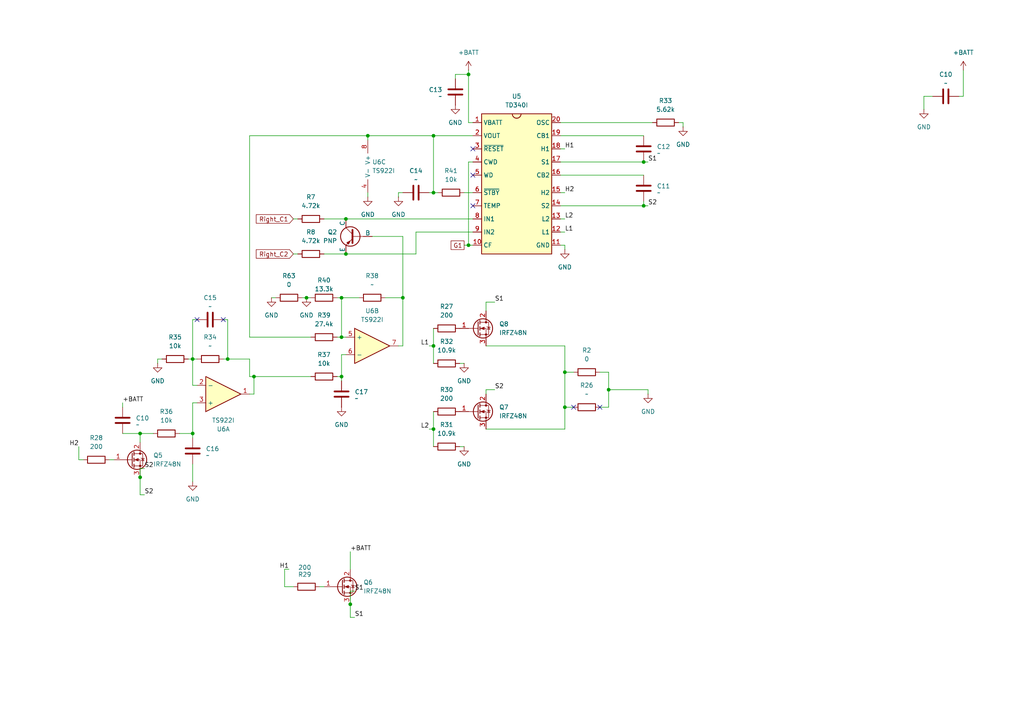
<source format=kicad_sch>
(kicad_sch (version 20250114) (generator "eeschema") (generator_version "9.0")
  (paper "A4")
  (title_block (title "Right Driver") (date "2025-02-20") (rev "INDEV") (company "CC0-1.0 License") (comment 1 "ELC1587 - REV.H 11/03") (comment 2 "Copyright (c) 2003 ActivMedia Robotics, LLC"))
  (lib_symbols
    (symbol "Device:C" (pin_numbers (hide yes)) (pin_names (offset 0.254))
      (property "Reference" "C" (at 0.635 2.54 0))
      (property "Value" "C" (at 0.635 -2.54 0))
      (symbol "C_0_1"
        (polyline (pts (xy -2.032 0.762) (xy 2.032 0.762)) (stroke (width 0.508)))
        (polyline (pts (xy -2.032 -0.762) (xy 2.032 -0.762)) (stroke (width 0.508)))
      )
      (symbol "C_1_1"
        (pin passive line (at 0 3.81 270) (length 2.794) (name "~") (number "1"))
        (pin passive line (at 0 -3.81 90) (length 2.794) (name "~") (number "2"))
      )
    )
    (symbol "Device:Opamp_Dual"
      (property "Reference" "U" (at 0 5.08 0))
      (property "Value" "Opamp_Dual" (at 0 -5.08 0))
      (symbol "Opamp_Dual_1_1"
        (polyline (pts (xy -5.08 5.08) (xy 5.08 0) (xy -5.08 -5.08) (xy -5.08 5.08)) (stroke (width 0.254)) (fill (type background)))
        (pin input line (at -7.62 2.54 0) (length 2.54) (name "+") (number "3"))
        (pin input line (at -7.62 -2.54 0) (length 2.54) (name "-") (number "2"))
        (pin output line (at 7.62 0 180) (length 2.54) (name "~") (number "1"))
      )
      (symbol "Opamp_Dual_2_1"
        (polyline (pts (xy -5.08 5.08) (xy 5.08 0) (xy -5.08 -5.08) (xy -5.08 5.08)) (stroke (width 0.254)) (fill (type background)))
        (pin input line (at -7.62 2.54 0) (length 2.54) (name "+") (number "5"))
        (pin input line (at -7.62 -2.54 0) (length 2.54) (name "-") (number "6"))
        (pin output line (at 7.62 0 180) (length 2.54) (name "~") (number "7"))
      )
      (symbol "Opamp_Dual_3_1"
        (pin power_in line (at -2.54 7.62 270) (length 3.81) (name "V+") (number "8"))
        (pin power_in line (at -2.54 -7.62 90) (length 3.81) (name "V-") (number "4"))
      )
    )
    (symbol "Device:R" (pin_numbers (hide yes)) (pin_names (offset 0))
      (property "Reference" "R" (at 2.032 0 90))
      (property "Value" "R" (at 0 0 90))
      (symbol "R_0_1"
        (rectangle (start -1.016 -2.54) (end 1.016 2.54) (stroke (width 0.254)))
      )
      (symbol "R_1_1"
        (pin passive line (at 0 3.81 270) (length 1.27) (name "~") (number "1"))
        (pin passive line (at 0 -3.81 90) (length 1.27) (name "~") (number "2"))
      )
    )
    (symbol "Pioneer:IRFZ48N" (pin_names (hide yes))
      (property "Reference" "Q" (at 3.048 1.016 0))
      (property "Value" "IRFZ48N" (at 6.35 -1.27 0))
      (symbol "IRFZ48N_0_1"
        (polyline (pts (xy -2.286 1.905) (xy -2.286 -1.905)) (stroke (width 0.254)))
        (polyline (pts (xy -2.286 0) (xy -5.08 0)))
        (polyline (pts (xy -1.778 2.286) (xy -1.778 1.27)) (stroke (width 0.254)))
        (polyline (pts (xy -1.778 0.508) (xy -1.778 -0.508)) (stroke (width 0.254)))
        (polyline (pts (xy -1.778 -1.27) (xy -1.778 -2.286)) (stroke (width 0.254)))
        (polyline (pts (xy -1.778 -1.778) (xy 0.762 -1.778) (xy 0.762 1.778) (xy -1.778 1.778)))
        (polyline (pts (xy -1.524 0) (xy -0.508 0.381) (xy -0.508 -0.381) (xy -1.524 0)) (fill (type outline)))
        (circle (center -0.889 0) (radius 2.794) (stroke (width 0.254)))
        (polyline (pts (xy 0 2.54) (xy 0 1.778)))
        (circle (center 0 1.778) (radius 0.254) (fill (type outline)))
        (circle (center 0 -1.778) (radius 0.254) (fill (type outline)))
        (polyline (pts (xy 0 -2.54) (xy 0 0) (xy -1.778 0)))
        (polyline (pts (xy 0.254 0.508) (xy 0.381 0.381) (xy 1.143 0.381) (xy 1.27 0.254)))
        (polyline (pts (xy 0.762 0.381) (xy 0.381 -0.254) (xy 1.143 -0.254) (xy 0.762 0.381)))
      )
      (symbol "IRFZ48N_1_1"
        (pin input line (at -7.62 0 0) (length 2.54) (name "G") (number "1"))
        (pin passive line (at 0 5.08 270) (length 2.54) (name "D") (number "2"))
        (pin passive line (at 0 -5.08 90) (length 2.54) (name "S") (number "3"))
      )
    )
    (symbol "Pioneer:TD340I"
      (property "Reference" "U" (at -9.652 21.336 0))
      (property "Value" "TD340I" (at 7.112 21.336 0))
      (symbol "TD340I_0_1"
        (arc (start 1.27 20.32) (mid 0.898 19.422) (end 0 19.05) (stroke (width 0.245)))
        (arc (start 0 19.05) (mid -0.898 19.422) (end -1.27 20.32) (stroke (width 0.245)))
      )
      (symbol "TD340I_1_1"
        (rectangle (start -10.16 20.32) (end 10.16 -20.32) (stroke (width 0.254)) (fill (type background)))
        (pin power_in line (at -12.7 17.78 0) (length 2.54) (name "VBATT") (number "1"))
        (pin power_out line (at -12.7 13.97 0) (length 2.54) (name "VOUT") (number "2"))
        (pin output line (at -12.7 10.16 0) (length 2.54) (name "~{RESET}") (number "3"))
        (pin input line (at -12.7 6.35 0) (length 2.54) (name "CWD") (number "4"))
        (pin input line (at -12.7 2.54 0) (length 2.54) (name "WD") (number "5"))
        (pin input line (at -12.7 -2.54 0) (length 2.54) (name "~{STBY}") (number "6"))
        (pin output line (at -12.7 -6.35 0) (length 2.54) (name "TEMP") (number "7"))
        (pin input line (at -12.7 -10.16 0) (length 2.54) (name "IN1") (number "8"))
        (pin input line (at -12.7 -13.97 0) (length 2.54) (name "IN2") (number "9"))
        (pin input line (at -12.7 -17.78 0) (length 2.54) (name "CF") (number "10"))
        (pin output line (at 12.7 17.78 180) (length 2.54) (name "OSC") (number "20"))
        (pin input line (at 12.7 13.97 180) (length 2.54) (name "CB1") (number "19"))
        (pin output line (at 12.7 10.16 180) (length 2.54) (name "H1") (number "18"))
        (pin input line (at 12.7 6.35 180) (length 2.54) (name "S1") (number "17"))
        (pin input line (at 12.7 2.54 180) (length 2.54) (name "CB2") (number "16"))
        (pin output line (at 12.7 -2.54 180) (length 2.54) (name "H2") (number "15"))
        (pin input line (at 12.7 -6.35 180) (length 2.54) (name "S2") (number "14"))
        (pin output line (at 12.7 -10.16 180) (length 2.54) (name "L2") (number "13"))
        (pin output line (at 12.7 -13.97 180) (length 2.54) (name "L1") (number "12"))
        (pin power_in line (at 12.7 -17.78 180) (length 2.54) (name "GND") (number "11"))
      )
    )
    (symbol "Simulation_SPICE:PNP" (pin_numbers (hide yes)) (pin_names (offset 0))
      (property "Reference" "Q" (at -2.54 7.62 0))
      (property "Value" "PNP" (at -2.54 5.08 0))
      (symbol "PNP_0_1"
        (polyline (pts (xy -2.54 0) (xy 0.635 0)) (stroke (width 0.1524)))
        (polyline (pts (xy 0.635 1.905) (xy 0.635 -1.905) (xy 0.635 -1.905)) (stroke (width 0.508)))
        (polyline (pts (xy 0.635 0.635) (xy 2.54 2.54)))
        (polyline (pts (xy 0.635 -0.635) (xy 2.54 -2.54) (xy 2.54 -2.54)))
        (circle (center 1.27 0) (radius 2.8194) (stroke (width 0.254)))
        (polyline (pts (xy 2.286 -1.778) (xy 1.778 -2.286) (xy 1.27 -1.27) (xy 2.286 -1.778) (xy 2.286 -1.778)) (fill (type outline)))
      )
      (symbol "PNP_1_1"
        (pin input line (at -5.08 0 0) (length 2.54) (name "B") (number "2"))
        (pin open_collector line (at 2.54 5.08 270) (length 2.54) (name "C") (number "1"))
        (pin open_emitter line (at 2.54 -5.08 90) (length 2.54) (name "E") (number "3"))
      )
    )
    (symbol "power:+BATT" (power) (pin_numbers (hide yes)) (pin_names (offset 0) (hide yes))
      (property "Value" "+BATT" (at 0 3.556 0))
      (symbol "+BATT_0_1"
        (polyline (pts (xy -0.762 1.27) (xy 0 2.54)))
        (polyline (pts (xy 0 2.54) (xy 0.762 1.27)))
        (polyline (pts (xy 0 0) (xy 0 2.54)))
      )
      (symbol "+BATT_1_1"
        (pin power_in line (at 0 0 90) (length 0) (name "~") (number "1"))
      )
    )
    (symbol "power:GND" (power) (pin_numbers (hide yes)) (pin_names (offset 0) (hide yes))
      (property "Value" "GND" (at 0 -3.81 0))
      (symbol "GND_0_1"
        (polyline (pts (xy 0 0) (xy 0 -1.27) (xy 1.27 -1.27) (xy 0 -2.54) (xy -1.27 -1.27) (xy 0 -1.27)))
      )
      (symbol "GND_1_1"
        (pin power_in line (at 0 0 270) (length 0) (name "~") (number "1"))
      )
    )
  )
  (junction (at 125.73 39.37))
  (junction (at 106.68 39.37))
  (junction (at 101.6 175.26))
  (junction (at 55.88 125.73))
  (junction (at 176.53 113.03))
  (junction (at 66.04 104.14))
  (junction (at 135.89 71.12))
  (junction (at 163.83 107.95))
  (junction (at 88.9 86.36))
  (junction (at 99.06 86.36))
  (junction (at 100.33 73.66))
  (junction (at 99.06 97.79))
  (junction (at 186.69 46.99))
  (junction (at 100.33 63.5))
  (junction (at 116.84 86.36))
  (junction (at 125.73 55.88))
  (junction (at 135.89 21.59))
  (junction (at 55.88 104.14))
  (junction (at 40.64 125.73))
  (junction (at 99.06 109.22))
  (junction (at 163.83 118.11))
  (junction (at 40.64 138.43))
  (junction (at 73.66 109.22))
  (junction (at 186.69 59.69))
  (junction (at 125.73 100.33))
  (junction (at 125.73 124.46))
  (no_connect (at 137.16 43.18))
  (no_connect (at 137.16 59.69))
  (no_connect (at 64.77 92.71))
  (no_connect (at 173.99 118.11))
  (no_connect (at 57.15 92.71))
  (no_connect (at 166.37 118.11))
  (no_connect (at 137.16 50.8))
  (wire (pts (xy 72.39 114.3) (xy 73.66 114.3)))
  (wire (pts (xy 106.68 57.15) (xy 106.68 55.88)))
  (wire (pts (xy 66.04 92.71) (xy 64.77 92.71)))
  (wire (pts (xy 162.56 59.69) (xy 186.69 59.69)))
  (wire (pts (xy 163.83 71.12) (xy 162.56 71.12)))
  (wire (pts (xy 163.83 43.18) (xy 162.56 43.18)))
  (wire (pts (xy 186.69 46.99) (xy 187.96 46.99)))
  (wire (pts (xy 40.64 125.73) (xy 44.45 125.73)))
  (wire (pts (xy 73.66 109.22) (xy 90.17 109.22)))
  (wire (pts (xy 92.71 170.18) (xy 93.98 170.18)))
  (wire (pts (xy 66.04 104.14) (xy 64.77 104.14)))
  (wire (pts (xy 120.65 67.31) (xy 137.16 67.31)))
  (wire (pts (xy 166.37 107.95) (xy 163.83 107.95)))
  (wire (pts (xy 99.06 86.36) (xy 99.06 97.79)))
  (wire (pts (xy 55.88 116.84) (xy 55.88 125.73)))
  (wire (pts (xy 55.88 139.7) (xy 55.88 134.62)))
  (wire (pts (xy 73.66 109.22) (xy 73.66 114.3)))
  (wire (pts (xy 78.74 86.36) (xy 80.01 86.36)))
  (wire (pts (xy 163.83 55.88) (xy 162.56 55.88)))
  (wire (pts (xy 55.88 125.73) (xy 55.88 127)))
  (wire (pts (xy 176.53 118.11) (xy 173.99 118.11)))
  (wire (pts (xy 124.46 100.33) (xy 125.73 100.33)))
  (wire (pts (xy 162.56 63.5) (xy 163.83 63.5)))
  (wire (pts (xy 57.15 111.76) (xy 55.88 111.76)))
  (wire (pts (xy 85.09 63.5) (xy 86.36 63.5)))
  (wire (pts (xy 115.57 55.88) (xy 115.57 57.15)))
  (wire (pts (xy 66.04 104.14) (xy 72.39 104.14)))
  (wire (pts (xy 120.65 73.66) (xy 120.65 67.31)))
  (wire (pts (xy 186.69 59.69) (xy 187.96 59.69)))
  (wire (pts (xy 40.64 138.43) (xy 40.64 143.51)))
  (wire (pts (xy 176.53 113.03) (xy 187.96 113.03)))
  (wire (pts (xy 31.75 133.35) (xy 33.02 133.35)))
  (wire (pts (xy 101.6 165.1) (xy 101.6 160.02)))
  (wire (pts (xy 163.83 100.33) (xy 163.83 107.95)))
  (wire (pts (xy 267.97 27.94) (xy 267.97 31.75)))
  (wire (pts (xy 162.56 39.37) (xy 186.69 39.37)))
  (wire (pts (xy 125.73 124.46) (xy 125.73 129.54)))
  (wire (pts (xy 132.08 21.59) (xy 132.08 22.86)))
  (wire (pts (xy 101.6 171.45) (xy 101.6 175.26)))
  (wire (pts (xy 125.73 55.88) (xy 127 55.88)))
  (wire (pts (xy 55.88 104.14) (xy 55.88 111.76)))
  (wire (pts (xy 55.88 104.14) (xy 57.15 104.14)))
  (wire (pts (xy 198.12 35.56) (xy 196.85 35.56)))
  (wire (pts (xy 107.95 68.58) (xy 116.84 68.58)))
  (wire (pts (xy 125.73 39.37) (xy 137.16 39.37)))
  (wire (pts (xy 135.89 20.32) (xy 135.89 21.59)))
  (wire (pts (xy 99.06 86.36) (xy 104.14 86.36)))
  (wire (pts (xy 176.53 113.03) (xy 176.53 118.11)))
  (wire (pts (xy 162.56 50.8) (xy 186.69 50.8)))
  (wire (pts (xy 125.73 55.88) (xy 125.73 39.37)))
  (wire (pts (xy 41.91 143.51) (xy 40.64 143.51)))
  (wire (pts (xy 55.88 116.84) (xy 57.15 116.84)))
  (wire (pts (xy 55.88 92.71) (xy 57.15 92.71)))
  (wire (pts (xy 82.55 165.1) (xy 82.55 170.18)))
  (wire (pts (xy 41.91 135.89) (xy 40.64 135.89)))
  (wire (pts (xy 163.83 71.12) (xy 163.83 72.39)))
  (wire (pts (xy 54.61 104.14) (xy 55.88 104.14)))
  (wire (pts (xy 101.6 179.07) (xy 102.87 179.07)))
  (wire (pts (xy 22.86 133.35) (xy 24.13 133.35)))
  (wire (pts (xy 100.33 73.66) (xy 120.65 73.66)))
  (wire (pts (xy 22.86 133.35) (xy 22.86 129.54)))
  (wire (pts (xy 176.53 107.95) (xy 176.53 113.03)))
  (wire (pts (xy 115.57 55.88) (xy 116.84 55.88)))
  (wire (pts (xy 97.79 86.36) (xy 99.06 86.36)))
  (wire (pts (xy 35.56 125.73) (xy 40.64 125.73)))
  (wire (pts (xy 99.06 109.22) (xy 99.06 110.49)))
  (wire (pts (xy 132.08 21.59) (xy 135.89 21.59)))
  (wire (pts (xy 134.62 55.88) (xy 137.16 55.88)))
  (wire (pts (xy 93.98 63.5) (xy 100.33 63.5)))
  (wire (pts (xy 140.97 113.03) (xy 140.97 114.3)))
  (wire (pts (xy 166.37 118.11) (xy 163.83 118.11)))
  (wire (pts (xy 133.35 105.41) (xy 134.62 105.41)))
  (wire (pts (xy 52.07 125.73) (xy 55.88 125.73)))
  (wire (pts (xy 198.12 35.56) (xy 198.12 36.83)))
  (wire (pts (xy 140.97 87.63) (xy 140.97 90.17)))
  (wire (pts (xy 124.46 124.46) (xy 125.73 124.46)))
  (wire (pts (xy 111.76 86.36) (xy 116.84 86.36)))
  (wire (pts (xy 133.35 129.54) (xy 134.62 129.54)))
  (wire (pts (xy 97.79 97.79) (xy 99.06 97.79)))
  (wire (pts (xy 163.83 107.95) (xy 163.83 118.11)))
  (wire (pts (xy 88.9 86.36) (xy 90.17 86.36)))
  (wire (pts (xy 270.51 27.94) (xy 267.97 27.94)))
  (wire (pts (xy 187.96 113.03) (xy 187.96 114.3)))
  (wire (pts (xy 186.69 58.42) (xy 186.69 59.69)))
  (wire (pts (xy 40.64 138.43) (xy 40.64 135.89)))
  (wire (pts (xy 125.73 119.38) (xy 125.73 124.46)))
  (wire (pts (xy 101.6 175.26) (xy 101.6 179.07)))
  (wire (pts (xy 83.82 165.1) (xy 82.55 165.1)))
  (wire (pts (xy 72.39 109.22) (xy 73.66 109.22)))
  (wire (pts (xy 66.04 104.14) (xy 66.04 92.71)))
  (wire (pts (xy 162.56 46.99) (xy 186.69 46.99)))
  (wire (pts (xy 72.39 104.14) (xy 72.39 109.22)))
  (wire (pts (xy 45.72 104.14) (xy 45.72 105.41)))
  (wire (pts (xy 87.63 86.36) (xy 88.9 86.36)))
  (wire (pts (xy 134.62 71.12) (xy 135.89 71.12)))
  (wire (pts (xy 116.84 100.33) (xy 115.57 100.33)))
  (wire (pts (xy 140.97 124.46) (xy 163.83 124.46)))
  (wire (pts (xy 99.06 102.87) (xy 100.33 102.87)))
  (wire (pts (xy 163.83 118.11) (xy 163.83 124.46)))
  (wire (pts (xy 116.84 100.33) (xy 116.84 86.36)))
  (wire (pts (xy 176.53 107.95) (xy 173.99 107.95)))
  (wire (pts (xy 35.56 116.84) (xy 35.56 118.11)))
  (wire (pts (xy 162.56 67.31) (xy 163.83 67.31)))
  (wire (pts (xy 93.98 73.66) (xy 100.33 73.66)))
  (wire (pts (xy 72.39 97.79) (xy 90.17 97.79)))
  (wire (pts (xy 106.68 39.37) (xy 125.73 39.37)))
  (wire (pts (xy 100.33 63.5) (xy 137.16 63.5)))
  (wire (pts (xy 163.83 100.33) (xy 140.97 100.33)))
  (wire (pts (xy 55.88 104.14) (xy 55.88 92.71)))
  (wire (pts (xy 124.46 55.88) (xy 125.73 55.88)))
  (wire (pts (xy 106.68 40.64) (xy 106.68 39.37)))
  (wire (pts (xy 279.4 20.32) (xy 279.4 27.94)))
  (wire (pts (xy 82.55 170.18) (xy 85.09 170.18)))
  (wire (pts (xy 99.06 102.87) (xy 99.06 109.22)))
  (wire (pts (xy 135.89 35.56) (xy 137.16 35.56)))
  (wire (pts (xy 102.87 171.45) (xy 101.6 171.45)))
  (wire (pts (xy 143.51 87.63) (xy 140.97 87.63)))
  (wire (pts (xy 99.06 109.22) (xy 97.79 109.22)))
  (wire (pts (xy 40.64 125.73) (xy 40.64 128.27)))
  (wire (pts (xy 137.16 71.12) (xy 135.89 71.12)))
  (wire (pts (xy 116.84 68.58) (xy 116.84 86.36)))
  (wire (pts (xy 279.4 27.94) (xy 278.13 27.94)))
  (wire (pts (xy 137.16 46.99) (xy 135.89 46.99)))
  (wire (pts (xy 72.39 97.79) (xy 72.39 39.37)))
  (wire (pts (xy 100.33 97.79) (xy 99.06 97.79)))
  (wire (pts (xy 140.97 113.03) (xy 143.51 113.03)))
  (wire (pts (xy 189.23 35.56) (xy 162.56 35.56)))
  (wire (pts (xy 45.72 104.14) (xy 46.99 104.14)))
  (wire (pts (xy 135.89 21.59) (xy 135.89 35.56)))
  (wire (pts (xy 135.89 46.99) (xy 135.89 71.12)))
  (wire (pts (xy 85.09 73.66) (xy 86.36 73.66)))
  (wire (pts (xy 72.39 39.37) (xy 106.68 39.37)))
  (wire (pts (xy 125.73 95.25) (xy 125.73 100.33)))
  (wire (pts (xy 125.73 100.33) (xy 125.73 105.41)))
  (label "S2" (at 41.91 143.51 0))
  (label "S2" (at 187.96 59.69 0))
  (label "H2" (at 163.83 55.88 0))
  (label "L2" (at 124.46 124.46 180))
  (label "S1" (at 102.87 179.07 0))
  (label "H2" (at 22.86 129.54 180))
  (label "H1" (at 83.82 165.1 180))
  (label "L1" (at 124.46 100.33 180))
  (label "L1" (at 163.83 67.31 0))
  (label "H1" (at 163.83 43.18 0))
  (label "L2" (at 163.83 63.5 0))
  (label "+BATT" (at 101.6 160.02 0))
  (label "S1" (at 143.51 87.63 0))
  (label "S1" (at 187.96 46.99 0))
  (label "S1" (at 102.87 171.45 0))
  (label "+BATT" (at 35.56 116.84 0))
  (label "S2" (at 41.91 135.89 0))
  (label "S2" (at 143.51 113.03 0))
  (global_label "G1" (shape passive) (at 134.62 71.12 180) (property "Intersheetrefs" "${INTERSHEET_REFS}" (effects (hide yes))))
  (global_label "Right_C1" (shape input) (at 85.09 63.5 180) (property "Intersheetrefs" "${INTERSHEET_REFS}" (effects (hide yes))))
  (global_label "Right_C2" (shape input) (at 85.09 73.66 180) (property "Intersheetrefs" "${INTERSHEET_REFS}" (effects (hide yes))))
  (symbol (lib_id "power:GND") (at 198.12 36.83 0) (mirror y) (unit 1)
    (property "Reference" "#PWR024" (effects (hide yes)))
    (property "Value" "GND" (at 198.12 41.91 0))
    (property "Description" "Power symbol creates a global label with name \"GND\" , ground" (effects (hide yes)))
  )
  (symbol (lib_id "Device:R") (at 170.18 107.95 90) (unit 1)
    (property "Reference" "R2" (at 170.18 101.6 90))
    (property "Value" "0" (at 170.18 104.14 90))
    (property "Description" "Resistor" (effects (hide yes)))
  )
  (symbol (lib_id "Device:R") (at 93.98 97.79 90) (unit 1)
    (property "Reference" "R39" (at 93.98 91.44 90))
    (property "Value" "27.4k" (at 93.98 93.98 90))
    (property "Description" "Resistor" (effects (hide yes)))
  )
  (symbol (lib_id "Pioneer:TD340I") (at 149.86 53.34 0) (unit 1)
    (property "Reference" "U5" (at 149.86 27.94 0))
    (property "Value" "TD340I" (at 149.86 30.48 0))
    (property "Datasheet" "https://pdf.datasheetcatalog.com/datasheet/SGSThomsonMicroelectronics/mXvsqxq.pdf" (effects (hide yes)))
  )
  (symbol (lib_id "Device:R") (at 129.54 105.41 90) (unit 1)
    (property "Reference" "R32" (at 129.54 99.06 90))
    (property "Value" "10.9k" (at 129.54 101.6 90))
    (property "Description" "Resistor" (effects (hide yes)))
  )
  (symbol (lib_id "Device:C") (at 35.56 121.92 0) (unit 1)
    (property "Reference" "C10" (at 39.37 121.2849 0) (effects (justify left)))
    (property "Value" "~" (at 39.37 123.19 0) (effects (justify left)))
    (property "Description" "Unpolarized capacitor" (effects (hide yes)))
  )
  (symbol (lib_id "Device:R") (at 27.94 133.35 90) (unit 1)
    (property "Reference" "R28" (at 27.94 127 90))
    (property "Value" "200" (at 27.94 129.54 90))
    (property "Description" "Resistor" (effects (hide yes)))
  )
  (symbol (lib_id "Device:R") (at 129.54 119.38 90) (unit 1)
    (property "Reference" "R30" (at 129.54 113.03 90))
    (property "Value" "200" (at 129.54 115.57 90))
    (property "Description" "Resistor" (effects (hide yes)))
  )
  (symbol (lib_id "Device:C") (at 274.32 27.94 90) (unit 1)
    (property "Reference" "C10" (at 274.32 21.59 90))
    (property "Value" "~" (at 274.32 24.13 90))
    (property "Description" "Unpolarized capacitor" (effects (hide yes)))
  )
  (symbol (lib_id "Device:C") (at 55.88 130.81 0) (unit 1)
    (property "Reference" "C16" (at 59.69 130.1749 0) (effects (justify left)))
    (property "Value" "~" (at 59.69 132.08 0) (effects (justify left)))
    (property "Description" "Unpolarized capacitor" (effects (hide yes)))
  )
  (symbol (lib_id "power:GND") (at 267.97 31.75 0) (unit 1)
    (property "Reference" "#PWR025" (effects (hide yes)))
    (property "Value" "GND" (at 267.97 36.83 0))
    (property "Description" "Power symbol creates a global label with name \"GND\" , ground" (effects (hide yes)))
  )
  (symbol (lib_id "Device:R") (at 93.98 109.22 90) (unit 1)
    (property "Reference" "R37" (at 93.98 102.87 90))
    (property "Value" "10k" (at 93.98 105.41 90))
    (property "Description" "Resistor" (effects (hide yes)))
  )
  (symbol (lib_id "Device:R") (at 170.18 118.11 90) (unit 1)
    (property "Reference" "R26" (at 170.18 111.76 90))
    (property "Value" "~" (at 170.18 114.3 90))
    (property "Description" "Resistor" (effects (hide yes)))
  )
  (symbol (lib_id "power:GND") (at 134.62 105.41 0) (unit 1)
    (property "Reference" "#PWR014" (effects (hide yes)))
    (property "Value" "GND" (at 134.62 110.49 0))
    (property "Description" "Power symbol creates a global label with name \"GND\" , ground" (effects (hide yes)))
  )
  (symbol (lib_id "Simulation_SPICE:PNP") (at 102.87 68.58 0) (mirror y) (unit 1)
    (property "Reference" "Q2" (at 97.79 67.3099 0) (effects (justify left)))
    (property "Value" "PNP" (at 97.79 69.8499 0) (effects (justify left)))
    (property "Datasheet" "https://ngspice.sourceforge.io/docs/ngspice-html-manual/manual.xhtml#cha_BJTs" (effects (hide yes)))
    (property "Description" "Bipolar transistor symbol for simulation only, substrate tied to the emitter" (effects (hide yes)))
    (property "Sim.Device" "PNP" (effects (hide yes)))
    (property "Sim.Type" "GUMMELPOON" (effects (hide yes)))
    (property "Sim.Pins" "1=C 2=B 3=E" (effects (hide yes)))
  )
  (symbol (lib_id "power:GND") (at 78.74 86.36 0) (unit 1)
    (property "Reference" "#PWR016" (effects (hide yes)))
    (property "Value" "GND" (at 78.74 91.44 0))
    (property "Description" "Power symbol creates a global label with name \"GND\" , ground" (effects (hide yes)))
  )
  (symbol (lib_id "Device:R") (at 130.81 55.88 90) (unit 1)
    (property "Reference" "R41" (at 130.81 49.53 90))
    (property "Value" "10k" (at 130.81 52.07 90))
    (property "Description" "Resistor" (effects (hide yes)))
  )
  (symbol (lib_id "power:+BATT") (at 279.4 20.32 0) (unit 1)
    (property "Reference" "#PWR021" (effects (hide yes)))
    (property "Value" "+BATT" (at 279.4 15.24 0))
    (property "Description" "Power symbol creates a global label with name \"+BATT\"" (effects (hide yes)))
  )
  (symbol (lib_id "Device:R") (at 107.95 86.36 90) (unit 1)
    (property "Reference" "R38" (at 107.95 80.01 90))
    (property "Value" "~" (at 107.95 82.55 90))
    (property "Description" "Resistor" (effects (hide yes)))
  )
  (symbol (lib_id "Device:R") (at 90.17 73.66 90) (unit 1)
    (property "Reference" "R8" (at 90.17 67.31 90))
    (property "Value" "4.72k" (at 90.17 69.85 90))
    (property "Description" "Resistor" (effects (hide yes)))
  )
  (symbol (lib_id "Device:Opamp_Dual") (at 109.22 48.26 0) (unit 3)
    (property "Reference" "U6" (at 107.95 46.9899 0) (effects (justify left)))
    (property "Value" "TS922I" (at 107.95 49.5299 0) (effects (justify left)))
    (property "Description" "Dual operational amplifier" (effects (hide yes)))
    (property "Sim.Library" "${KICAD7_SYMBOL_DIR}/Simulation_SPICE.sp" (effects (hide yes)))
    (property "Sim.Name" "kicad_builtin_opamp_dual" (effects (hide yes)))
    (property "Sim.Device" "SUBCKT" (effects (hide yes)))
    (property "Sim.Pins" "1=out1 2=in1- 3=in1+ 4=vee 5=in2+ 6=in2- 7=out2 8=vcc" (effects (hide yes)))
  )
  (symbol (lib_id "Device:R") (at 88.9 170.18 90) (unit 1)
    (property "Reference" "R29" (at 88.392 166.624 90))
    (property "Value" "200" (at 88.392 164.592 90))
    (property "Description" "Resistor" (effects (hide yes)))
  )
  (symbol (lib_id "power:GND") (at 106.68 57.15 0) (unit 1)
    (property "Reference" "#PWR023" (effects (hide yes)))
    (property "Value" "GND" (at 106.68 62.23 0))
    (property "Description" "Power symbol creates a global label with name \"GND\" , ground" (effects (hide yes)))
  )
  (symbol (lib_id "Pioneer:IRFZ48N") (at 40.64 133.35 0) (unit 1)
    (property "Reference" "Q5" (at 44.45 132.0799 0) (effects (justify left)))
    (property "Value" "IRFZ48N" (at 44.45 134.6199 0) (effects (justify left)))
    (property "Datasheet" "https://www.infineon.com/dgdl/Infineon-IRFZ48N-DataSheet-v01_01-EN.pdf?fileId=5546d462533600a40153563ea972222c" (effects (hide yes)))
  )
  (symbol (lib_id "Device:R") (at 60.96 104.14 90) (unit 1)
    (property "Reference" "R34" (at 60.96 97.79 90))
    (property "Value" "~" (at 60.96 100.33 90))
    (property "Description" "Resistor" (effects (hide yes)))
  )
  (symbol (lib_id "power:GND") (at 55.88 139.7 0) (unit 1)
    (property "Reference" "#PWR09" (effects (hide yes)))
    (property "Value" "GND" (at 55.88 144.78 0))
    (property "Description" "Power symbol creates a global label with name \"GND\" , ground" (effects (hide yes)))
  )
  (symbol (lib_id "Device:R") (at 93.98 86.36 90) (unit 1)
    (property "Reference" "R40" (at 93.98 81.28 90))
    (property "Value" "13.3k" (at 93.98 83.82 90))
    (property "Description" "Resistor" (effects (hide yes)))
  )
  (symbol (lib_id "power:GND") (at 115.57 57.15 0) (unit 1)
    (property "Reference" "#PWR015" (effects (hide yes)))
    (property "Value" "GND" (at 115.57 62.23 0))
    (property "Description" "Power symbol creates a global label with name \"GND\" , ground" (effects (hide yes)))
  )
  (symbol (lib_id "Device:C") (at 99.06 114.3 0) (unit 1)
    (property "Reference" "C17" (at 102.87 113.6649 0) (effects (justify left)))
    (property "Value" "~" (at 102.87 115.57 0) (effects (justify left)))
    (property "Description" "Unpolarized capacitor" (effects (hide yes)))
  )
  (symbol (lib_id "Device:R") (at 193.04 35.56 270) (mirror x) (unit 1)
    (property "Reference" "R33" (at 193.04 29.21 90))
    (property "Value" "5.62k" (at 193.04 31.75 90))
    (property "Description" "Resistor" (effects (hide yes)))
  )
  (symbol (lib_id "Device:R") (at 83.82 86.36 90) (unit 1)
    (property "Reference" "R63" (at 83.82 80.01 90))
    (property "Value" "0" (at 83.82 82.55 90))
    (property "Description" "Resistor" (effects (hide yes)))
  )
  (symbol (lib_id "Device:C") (at 120.65 55.88 270) (unit 1)
    (property "Reference" "C14" (at 120.65 49.53 90))
    (property "Value" "~" (at 120.65 52.07 90))
    (property "Description" "Unpolarized capacitor" (effects (hide yes)))
  )
  (symbol (lib_id "Pioneer:IRFZ48N") (at 140.97 95.25 0) (unit 1)
    (property "Reference" "Q8" (at 144.78 93.9799 0) (effects (justify left)))
    (property "Value" "IRFZ48N" (at 144.78 96.5199 0) (effects (justify left)))
    (property "Datasheet" "https://www.infineon.com/dgdl/Infineon-IRFZ48N-DataSheet-v01_01-EN.pdf?fileId=5546d462533600a40153563ea972222c" (effects (hide yes)))
  )
  (symbol (lib_id "Device:R") (at 50.8 104.14 90) (unit 1)
    (property "Reference" "R35" (at 50.8 97.79 90))
    (property "Value" "10k" (at 50.8 100.33 90))
    (property "Description" "Resistor" (effects (hide yes)))
  )
  (symbol (lib_id "power:GND") (at 45.72 105.41 0) (unit 1)
    (property "Reference" "#PWR08" (effects (hide yes)))
    (property "Value" "GND" (at 45.72 110.49 0))
    (property "Description" "Power symbol creates a global label with name \"GND\" , ground" (effects (hide yes)))
  )
  (symbol (lib_id "Device:C") (at 60.96 92.71 90) (unit 1)
    (property "Reference" "C15" (at 60.96 86.36 90))
    (property "Value" "~" (at 60.96 88.9 90))
    (property "Description" "Unpolarized capacitor" (effects (hide yes)))
  )
  (symbol (lib_id "Device:C") (at 132.08 26.67 0) (mirror y) (unit 1)
    (property "Reference" "C13" (at 128.27 26.0349 0) (effects (justify left)))
    (property "Value" "~" (at 128.27 27.94 0) (effects (justify left)))
    (property "Description" "Unpolarized capacitor" (effects (hide yes)))
  )
  (symbol (lib_id "Device:C") (at 186.69 54.61 180) (unit 1)
    (property "Reference" "C11" (at 190.5 53.9749 0) (effects (justify right)))
    (property "Value" "~" (at 190.5 55.88 0) (effects (justify right)))
    (property "Description" "Unpolarized capacitor" (effects (hide yes)))
  )
  (symbol (lib_id "Device:R") (at 129.54 95.25 90) (unit 1)
    (property "Reference" "R27" (at 129.54 88.9 90))
    (property "Value" "200" (at 129.54 91.44 90))
    (property "Description" "Resistor" (effects (hide yes)))
  )
  (symbol (lib_id "Device:Opamp_Dual") (at 107.95 100.33 0) (unit 2)
    (property "Reference" "U6" (at 107.95 90.17 0))
    (property "Value" "TS922I" (at 107.95 92.71 0))
    (property "Description" "Dual operational amplifier" (effects (hide yes)))
    (property "Sim.Library" "${KICAD7_SYMBOL_DIR}/Simulation_SPICE.sp" (effects (hide yes)))
    (property "Sim.Name" "kicad_builtin_opamp_dual" (effects (hide yes)))
    (property "Sim.Device" "SUBCKT" (effects (hide yes)))
    (property "Sim.Pins" "1=out1 2=in1- 3=in1+ 4=vee 5=in2+ 6=in2- 7=out2 8=vcc" (effects (hide yes)))
  )
  (symbol (lib_id "Pioneer:IRFZ48N") (at 101.6 170.18 0) (unit 1)
    (property "Reference" "Q6" (at 105.41 168.9099 0) (effects (justify left)))
    (property "Value" "IRFZ48N" (at 105.41 171.4499 0) (effects (justify left)))
    (property "Datasheet" "https://www.infineon.com/dgdl/Infineon-IRFZ48N-DataSheet-v01_01-EN.pdf?fileId=5546d462533600a40153563ea972222c" (effects (hide yes)))
  )
  (symbol (lib_id "Device:R") (at 129.54 129.54 90) (unit 1)
    (property "Reference" "R31" (at 129.54 123.19 90))
    (property "Value" "10.9k" (at 129.54 125.73 90))
    (property "Description" "Resistor" (effects (hide yes)))
  )
  (symbol (lib_id "Device:R") (at 90.17 63.5 90) (unit 1)
    (property "Reference" "R7" (at 90.17 57.15 90))
    (property "Value" "4.72k" (at 90.17 59.69 90))
    (property "Description" "Resistor" (effects (hide yes)))
  )
  (symbol (lib_id "power:+BATT") (at 135.89 20.32 0) (unit 1)
    (property "Reference" "#PWR011" (effects (hide yes)))
    (property "Value" "+BATT" (at 135.89 15.24 0))
    (property "Description" "Power symbol creates a global label with name \"+BATT\"" (effects (hide yes)))
  )
  (symbol (lib_id "Device:C") (at 186.69 43.18 0) (unit 1)
    (property "Reference" "C12" (at 190.5 42.5449 0) (effects (justify left)))
    (property "Value" "~" (at 190.5 44.45 0) (effects (justify left)))
    (property "Description" "Unpolarized capacitor" (effects (hide yes)))
  )
  (symbol (lib_id "power:GND") (at 187.96 114.3 0) (unit 1)
    (property "Reference" "#PWR03" (effects (hide yes)))
    (property "Value" "GND" (at 187.96 119.38 0))
    (property "Description" "Power symbol creates a global label with name \"GND\" , ground" (effects (hide yes)))
  )
  (symbol (lib_id "Device:R") (at 48.26 125.73 90) (unit 1)
    (property "Reference" "R36" (at 48.26 119.38 90))
    (property "Value" "10k" (at 48.26 121.92 90))
    (property "Description" "Resistor" (effects (hide yes)))
  )
  (symbol (lib_id "power:GND") (at 99.06 118.11 0) (unit 1)
    (property "Reference" "#PWR018" (effects (hide yes)))
    (property "Value" "GND" (at 99.06 123.19 0))
    (property "Description" "Power symbol creates a global label with name \"GND\" , ground" (effects (hide yes)))
  )
  (symbol (lib_id "power:GND") (at 132.08 30.48 0) (unit 1)
    (property "Reference" "#PWR020" (effects (hide yes)))
    (property "Value" "GND" (at 132.08 35.56 0))
    (property "Description" "Power symbol creates a global label with name \"GND\" , ground" (effects (hide yes)))
  )
  (symbol (lib_id "power:GND") (at 134.62 129.54 0) (unit 1)
    (property "Reference" "#PWR013" (effects (hide yes)))
    (property "Value" "GND" (at 134.62 134.62 0))
    (property "Description" "Power symbol creates a global label with name \"GND\" , ground" (effects (hide yes)))
  )
  (symbol (lib_id "power:GND") (at 163.83 72.39 0) (unit 1)
    (property "Reference" "#PWR022" (effects (hide yes)))
    (property "Value" "GND" (at 163.83 77.47 0))
    (property "Description" "Power symbol creates a global label with name \"GND\" , ground" (effects (hide yes)))
  )
  (symbol (lib_id "Pioneer:IRFZ48N") (at 140.97 119.38 0) (unit 1)
    (property "Reference" "Q7" (at 144.78 118.1099 0) (effects (justify left)))
    (property "Value" "IRFZ48N" (at 144.78 120.6499 0) (effects (justify left)))
    (property "Datasheet" "https://www.infineon.com/dgdl/Infineon-IRFZ48N-DataSheet-v01_01-EN.pdf?fileId=5546d462533600a40153563ea972222c" (effects (hide yes)))
  )
  (symbol (lib_id "Device:Opamp_Dual") (at 64.77 114.3 0) (mirror x) (unit 1)
    (property "Reference" "U6" (at 64.77 124.46 0))
    (property "Value" "TS922I" (at 64.77 121.92 0))
    (property "Description" "Dual operational amplifier" (effects (hide yes)))
    (property "Sim.Library" "${KICAD7_SYMBOL_DIR}/Simulation_SPICE.sp" (effects (hide yes)))
    (property "Sim.Name" "kicad_builtin_opamp_dual" (effects (hide yes)))
    (property "Sim.Device" "SUBCKT" (effects (hide yes)))
    (property "Sim.Pins" "1=out1 2=in1- 3=in1+ 4=vee 5=in2+ 6=in2- 7=out2 8=vcc" (effects (hide yes)))
  )
  (symbol (lib_id "power:GND") (at 88.9 86.36 0) (unit 1)
    (property "Reference" "#PWR017" (effects (hide yes)))
    (property "Value" "GND" (at 88.9 91.44 0))
    (property "Description" "Power symbol creates a global label with name \"GND\" , ground" (effects (hide yes)))
  )
)
</source>
